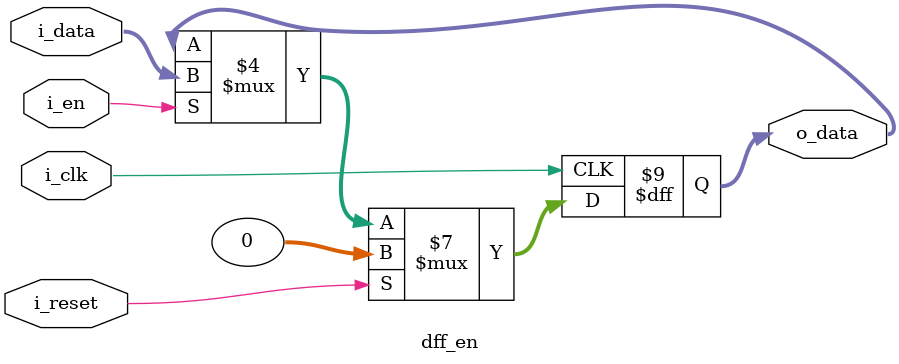
<source format=v>
`timescale 1ns / 1ps

module dff_en(i_clk,
              i_en,
              i_reset,
              i_data,
              o_data);


input i_clk;
input i_reset;
input i_en;
input [31:0] i_data;

output reg [31:0] o_data;

always @ (posedge i_clk)begin
    if (i_reset == 1'b1) begin
        o_data <= 32'b0;
    end else begin
        if (i_en == 1'b1)  
            o_data <= i_data;
    end
end

endmodule
</source>
